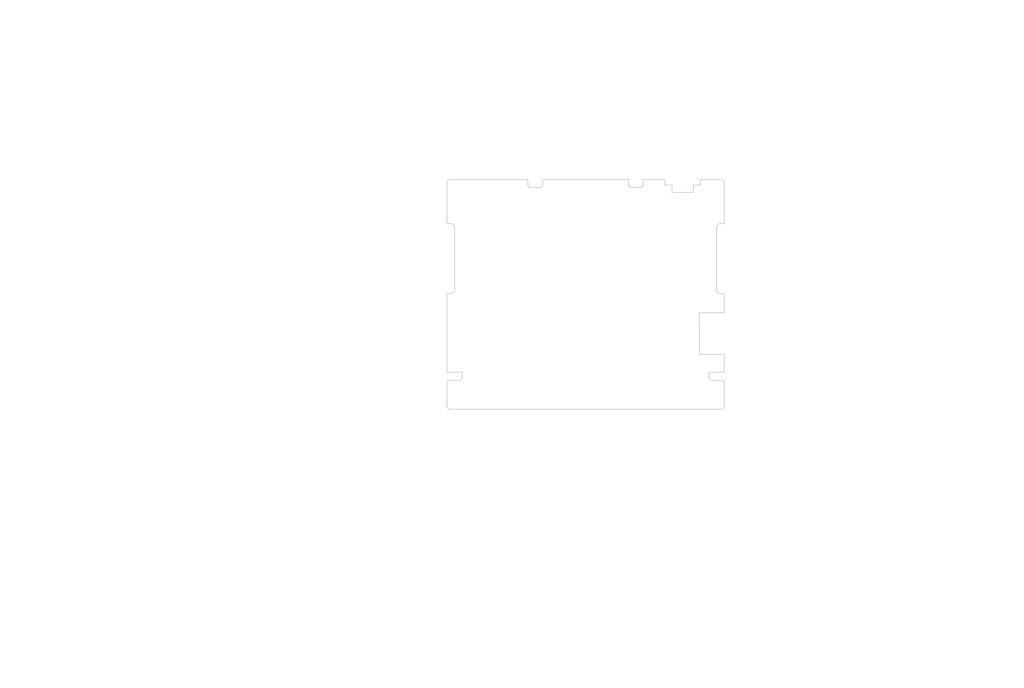
<source format=kicad_pcb>
(kicad_pcb (version 20240108) (generator "pcbnew") (generator_version "8.0")
  (title_block (title "${DOC_TYPE} Document") (date "2024-04-13") (rev "1.1") (company "${COMPANY}"))
  (layers (0 "F.Cu" signal "L1 (Sig, PWR)") (1 "In1.Cu" signal "L2 (GND)") (2 "In2.Cu" signal "L3 (Sig, PWR)") (3 "In3.Cu" signal "L4 (Sig, PWR)") (4 "In4.Cu" signal "L5 (GND)") (31 "B.Cu" signal "L6 (Sig, PWR)") (34 "B.Paste" user) (35 "F.Paste" user) (36 "B.SilkS" user "B.Silkscreen") (37 "F.SilkS" user "F.Silkscreen") (38 "B.Mask" user) (39 "F.Mask" user) (44 "Edge.Cuts" user))
  (property "BOARD_NAME" "Linux-Kit")
  (property "COMPANY" "FoxIO Tech")
  (property "DESIGNER" "Cjiio")
  (property "DOC_TYPE" "Fabrication")
  (property "PROJECT_NAME" "Linux-Kit")
  (property "RELEASE_DATE" "2024-10-05")
  (property "REVIEWER" "")
  (property "REVISION" "v1.0")
  (property "VARIANT" "Preliminary")
  (net 0 "")
  (gr_line (start 173.079978 72.03473) (end 172.725013 72.03473) (stroke (width 0.2)) (layer "Edge.Cuts"))
  (gr_line (start 178.386095 80.004708) (end 178.386095 81.395949) (stroke (width 0.2)) (layer "Edge.Cuts"))
  (gr_line (start 172.725013 72.03473) (end 168.230017 72.03473) (stroke (width 0.2)) (layer "Edge.Cuts"))
  (gr_line (start 168.230017 72.03473) (end 168.230017 70.33473) (stroke (width 0.2)) (layer "Edge.Cuts"))
  (gr_arc (start 158.9753 70.879708) (mid 158.480113 70.674595) (end 158.275 70.179408) (stroke (width 0.2)) (layer "Edge.Cuts"))
  (gr_arc (start 180.155 120.799408) (mid 179.920598 121.365306) (end 179.3547 121.599708) (stroke (width 0.2)) (layer "Edge.Cuts"))
  (gr_line (start 135.275 69.079708) (end 117.595292 69.079708) (stroke (width 0.2)) (layer "Edge.Cuts"))
  (gr_line (start 180.15534 95.119807) (end 180.15534 99.535413) (stroke (width 0.2)) (layer "Edge.Cuts"))
  (gr_line (start 174.704289 70.33473) (end 174.704289 69.079708) (stroke (width 0.2)) (layer "Edge.Cuts"))
  (gr_line (start 173.079978 70.33473) (end 174.704289 70.33473) (stroke (width 0.2)) (layer "Edge.Cuts"))
  (gr_line (start 116.795 114.999708) (end 116.795 120.799416) (stroke (width 0.2)) (layer "Edge.Cuts"))
  (gr_line (start 158.275 70.179408) (end 158.275 69.079708) (stroke (width 0.2)) (layer "Edge.Cuts"))
  (gr_arc (start 178.386095 80.004708) (mid 178.645313 79.37895) (end 179.2711 79.119803) (stroke (width 0.2)) (layer "Edge.Cuts"))
  (gr_arc (start 177.3553 114.999708) (mid 176.860113 114.794595) (end 176.655 114.299408) (stroke (width 0.2)) (layer "Edge.Cuts"))
  (gr_line (start 118.564246 94.23486) (end 118.564246 80.004674) (stroke (width 0.2)) (layer "Edge.Cuts"))
  (gr_line (start 135.275 70.179453) (end 135.275 69.079708) (stroke (width 0.2)) (layer "Edge.Cuts"))
  (gr_arc (start 118.564246 94.23486) (mid 118.305051 94.860612) (end 117.6793 95.119807) (stroke (width 0.2)) (layer "Edge.Cuts"))
  (gr_line (start 176.655 114.299408) (end 176.655 113.099708) (stroke (width 0.2)) (layer "Edge.Cuts"))
  (gr_line (start 176.655 113.099708) (end 180.155 113.099708) (stroke (width 0.2)) (layer "Edge.Cuts"))
  (gr_arc (start 117.679299 79.119726) (mid 118.305051 79.378921) (end 118.564246 80.004674) (stroke (width 0.2)) (layer "Edge.Cuts"))
  (gr_line (start 120.305 113.099708) (end 120.305 114.299452) (stroke (width 0.2)) (layer "Edge.Cuts"))
  (gr_line (start 116.795 69.88) (end 116.795 79.119726) (stroke (width 0.2)) (layer "Edge.Cuts"))
  (gr_line (start 180.155 79.119726) (end 180.155 69.880008) (stroke (width 0.2)) (layer "Edge.Cuts"))
  (gr_line (start 116.795 113.099708) (end 120.305 113.099708) (stroke (width 0.2)) (layer "Edge.Cuts"))
  (gr_line (start 179.3547 121.599708) (end 117.595292 121.599708) (stroke (width 0.2)) (layer "Edge.Cuts"))
  (gr_line (start 180.155 99.535413) (end 174.455066 99.535413) (stroke (width 0.2)) (layer "Edge.Cuts"))
  (gr_line (start 166.605681 69.079708) (end 161.675 69.079708) (stroke (width 0.2)) (layer "Edge.Cuts"))
  (gr_line (start 180.155 114.999708) (end 180.155 120.799408) (stroke (width 0.2)) (layer "Edge.Cuts"))
  (gr_line (start 119.604745 114.999708) (end 116.795 114.999708) (stroke (width 0.2)) (layer "Edge.Cuts"))
  (gr_line (start 137.974746 70.879708) (end 135.975256 70.879708) (stroke (width 0.2)) (layer "Edge.Cuts"))
  (gr_line (start 178.386095 81.395949) (end 178.386095 94.234908) (stroke (width 0.2)) (layer "Edge.Cuts"))
  (gr_arc (start 135.975256 70.879708) (mid 135.4801 70.674608) (end 135.275 70.179453) (stroke (width 0.2)) (layer "Edge.Cuts"))
  (gr_arc (start 161.675 70.179408) (mid 161.469887 70.674595) (end 160.9747 70.879708) (stroke (width 0.2)) (layer "Edge.Cuts"))
  (gr_line (start 168.229991 70.33473) (end 167.605683 70.33473) (stroke (width 0.2)) (layer "Edge.Cuts"))
  (gr_line (start 158.275 69.079708) (end 138.675 69.079708) (stroke (width 0.2)) (layer "Edge.Cuts"))
  (gr_arc (start 179.3547 69.079708) (mid 179.920598 69.31411) (end 180.155 69.880008) (stroke (width 0.2)) (layer "Edge.Cuts"))
  (gr_line (start 116.795 95.119807) (end 117.6793 95.119807) (stroke (width 0.2)) (layer "Edge.Cuts"))
  (gr_line (start 180.155 109.061448) (end 174.486054 109.061448) (stroke (width 0.2)) (layer "Edge.Cuts"))
  (gr_line (start 160.9747 70.879708) (end 158.9753 70.879708) (stroke (width 0.2)) (layer "Edge.Cuts"))
  (gr_arc (start 120.305 114.299452) (mid 120.0999 114.794608) (end 119.604745 114.999708) (stroke (width 0.2)) (layer "Edge.Cuts"))
  (gr_line (start 180.155 109.061448) (end 180.155 113.099708) (stroke (width 0.2)) (layer "Edge.Cuts"))
  (gr_line (start 180.155 114.999708) (end 177.3553 114.999708) (stroke (width 0.2)) (layer "Edge.Cuts"))
  (gr_arc (start 116.795 69.88) (mid 117.0294 69.314108) (end 117.595292 69.079708) (stroke (width 0.2)) (layer "Edge.Cuts"))
  (gr_line (start 174.486054 109.061448) (end 174.454826 99.535413) (stroke (width 0.2)) (layer "Edge.Cuts"))
  (gr_line (start 179.3547 69.079708) (end 174.704289 69.079708) (stroke (width 0.2)) (layer "Edge.Cuts"))
  (gr_arc (start 138.675 70.179453) (mid 138.4699 70.674608) (end 137.974746 70.879708) (stroke (width 0.2)) (layer "Edge.Cuts"))
  (gr_arc (start 179.271 95.119807) (mid 178.645282 94.860626) (end 178.386101 94.234908) (stroke (width 0.2)) (layer "Edge.Cuts"))
  (gr_line (start 173.079978 72.03473) (end 173.079978 70.33473) (stroke (width 0.2)) (layer "Edge.Cuts"))
  (gr_arc (start 117.595292 121.599708) (mid 117.0294 121.365308) (end 116.795 120.799416) (stroke (width 0.2)) (layer "Edge.Cuts"))
  (gr_line (start 138.675 70.179453) (end 138.675 69.079708) (stroke (width 0.2)) (layer "Edge.Cuts"))
  (gr_line (start 116.795 113.099708) (end 116.795 95.119807) (stroke (width 0.2)) (layer "Edge.Cuts"))
  (gr_line (start 180.155 79.119726) (end 179.2711 79.119726) (stroke (width 0.2)) (layer "Edge.Cuts"))
  (gr_line (start 161.675 69.079708) (end 161.675 70.179408) (stroke (width 0.2)) (layer "Edge.Cuts"))
  (gr_line (start 166.605681 70.33473) (end 166.605681 69.079708) (stroke (width 0.2)) (layer "Edge.Cuts"))
  (gr_line (start 116.795 79.119726) (end 117.679299 79.119726) (stroke (width 0.2)) (layer "Edge.Cuts"))
  (gr_line (start 180.15534 95.119807) (end 179.271 95.119807) (stroke (width 0.2)) (layer "Edge.Cuts"))
  (gr_line (start 167.605683 70.33473) (end 166.605681 70.33473) (stroke (width 0.2)) (layer "Edge.Cuts"))
)
</source>
